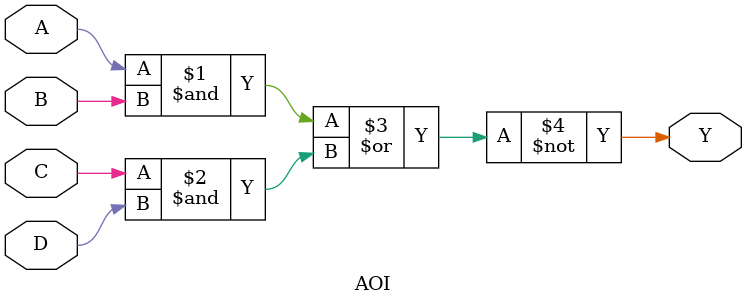
<source format=sv>
module AOI(output reg Y, input A, input B, input C, input D);
	assign Y = ~((A&B)|(C&D));
endmodule

</source>
